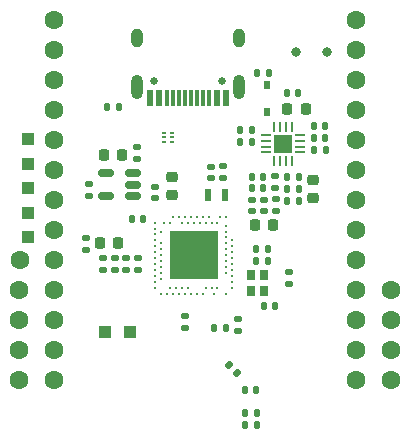
<source format=gbr>
%TF.GenerationSoftware,KiCad,Pcbnew,(6.99.0-1594-g5bf163de80)*%
%TF.CreationDate,2022-06-08T17:32:02-04:00*%
%TF.ProjectId,nrf52840,6e726635-3238-4343-902e-6b696361645f,v1.0*%
%TF.SameCoordinates,Original*%
%TF.FileFunction,Soldermask,Top*%
%TF.FilePolarity,Negative*%
%FSLAX46Y46*%
G04 Gerber Fmt 4.6, Leading zero omitted, Abs format (unit mm)*
G04 Created by KiCad (PCBNEW (6.99.0-1594-g5bf163de80)) date 2022-06-08 17:32:02*
%MOMM*%
%LPD*%
G01*
G04 APERTURE LIST*
G04 Aperture macros list*
%AMRoundRect*
0 Rectangle with rounded corners*
0 $1 Rounding radius*
0 $2 $3 $4 $5 $6 $7 $8 $9 X,Y pos of 4 corners*
0 Add a 4 corners polygon primitive as box body*
4,1,4,$2,$3,$4,$5,$6,$7,$8,$9,$2,$3,0*
0 Add four circle primitives for the rounded corners*
1,1,$1+$1,$2,$3*
1,1,$1+$1,$4,$5*
1,1,$1+$1,$6,$7*
1,1,$1+$1,$8,$9*
0 Add four rect primitives between the rounded corners*
20,1,$1+$1,$2,$3,$4,$5,0*
20,1,$1+$1,$4,$5,$6,$7,0*
20,1,$1+$1,$6,$7,$8,$9,0*
20,1,$1+$1,$8,$9,$2,$3,0*%
G04 Aperture macros list end*
%ADD10RoundRect,0.218750X0.218750X0.256250X-0.218750X0.256250X-0.218750X-0.256250X0.218750X-0.256250X0*%
%ADD11RoundRect,0.140000X-0.170000X0.140000X-0.170000X-0.140000X0.170000X-0.140000X0.170000X0.140000X0*%
%ADD12RoundRect,0.135000X0.135000X0.185000X-0.135000X0.185000X-0.135000X-0.185000X0.135000X-0.185000X0*%
%ADD13R,0.800000X0.900000*%
%ADD14RoundRect,0.140000X0.170000X-0.140000X0.170000X0.140000X-0.170000X0.140000X-0.170000X-0.140000X0*%
%ADD15RoundRect,0.140000X-0.140000X-0.170000X0.140000X-0.170000X0.140000X0.170000X-0.140000X0.170000X0*%
%ADD16RoundRect,0.218750X0.256250X-0.218750X0.256250X0.218750X-0.256250X0.218750X-0.256250X-0.218750X0*%
%ADD17RoundRect,0.140000X0.140000X0.170000X-0.140000X0.170000X-0.140000X-0.170000X0.140000X-0.170000X0*%
%ADD18RoundRect,0.135000X-0.135000X-0.185000X0.135000X-0.185000X0.135000X0.185000X-0.135000X0.185000X0*%
%ADD19R,0.600000X0.700000*%
%ADD20C,1.600000*%
%ADD21R,1.000000X1.000000*%
%ADD22RoundRect,0.150000X0.512500X0.150000X-0.512500X0.150000X-0.512500X-0.150000X0.512500X-0.150000X0*%
%ADD23RoundRect,0.218750X-0.256250X0.218750X-0.256250X-0.218750X0.256250X-0.218750X0.256250X0.218750X0*%
%ADD24RoundRect,0.135000X-0.185000X0.135000X-0.185000X-0.135000X0.185000X-0.135000X0.185000X0.135000X0*%
%ADD25RoundRect,0.135000X0.185000X-0.135000X0.185000X0.135000X-0.185000X0.135000X-0.185000X-0.135000X0*%
%ADD26R,0.419999X0.220000*%
%ADD27RoundRect,0.147500X0.226274X0.017678X0.017678X0.226274X-0.226274X-0.017678X-0.017678X-0.226274X0*%
%ADD28RoundRect,0.218750X-0.218750X-0.256250X0.218750X-0.256250X0.218750X0.256250X-0.218750X0.256250X0*%
%ADD29RoundRect,0.062500X-0.375000X-0.062500X0.375000X-0.062500X0.375000X0.062500X-0.375000X0.062500X0*%
%ADD30RoundRect,0.062500X-0.062500X-0.375000X0.062500X-0.375000X0.062500X0.375000X-0.062500X0.375000X0*%
%ADD31R,1.600000X1.600000*%
%ADD32C,0.290000*%
%ADD33RoundRect,0.020000X2.000000X-2.000000X2.000000X2.000000X-2.000000X2.000000X-2.000000X-2.000000X0*%
%ADD34C,0.650000*%
%ADD35R,0.600000X1.450000*%
%ADD36R,0.300000X1.450000*%
%ADD37O,1.000000X2.100000*%
%ADD38O,1.000000X1.600000*%
%ADD39RoundRect,0.225000X0.225000X0.250000X-0.225000X0.250000X-0.225000X-0.250000X0.225000X-0.250000X0*%
%ADD40C,0.800000*%
%ADD41R,0.600000X1.100000*%
%ADD42RoundRect,0.147500X0.172500X-0.147500X0.172500X0.147500X-0.172500X0.147500X-0.172500X-0.147500X0*%
G04 APERTURE END LIST*
D10*
%TO.C,F1*%
X171450000Y-90300000D03*
X169875000Y-90300000D03*
%TD*%
D11*
%TO.C,C13*%
X164440000Y-95160000D03*
X164440000Y-96120000D03*
%TD*%
D12*
%TO.C,R4*%
X170910000Y-98050000D03*
X169890000Y-98050000D03*
%TD*%
D13*
%TO.C,Y1*%
X167935999Y-105739999D03*
X167935999Y-104339999D03*
X166835999Y-104339999D03*
X166835999Y-105739999D03*
%TD*%
D14*
%TO.C,C9*%
X158700000Y-97820000D03*
X158700000Y-96860000D03*
%TD*%
D15*
%TO.C,C6*%
X166905000Y-96050000D03*
X167865000Y-96050000D03*
%TD*%
%TO.C,C1*%
X166360000Y-117040000D03*
X167320000Y-117040000D03*
%TD*%
D16*
%TO.C,L4*%
X160150000Y-97597500D03*
X160150000Y-96022500D03*
%TD*%
D17*
%TO.C,C2*%
X167270000Y-114080000D03*
X166310000Y-114080000D03*
%TD*%
D18*
%TO.C,R9*%
X172165000Y-93725000D03*
X173185000Y-93725000D03*
%TD*%
D19*
%TO.C,D2*%
X168159999Y-90574999D03*
X168159999Y-88274999D03*
%TD*%
D20*
%TO.C,U4*%
X150190000Y-82760000D03*
X150190000Y-85300000D03*
X150190000Y-87840000D03*
X150190000Y-90380000D03*
X150190000Y-92920000D03*
X150190000Y-95460000D03*
X150190000Y-98000000D03*
X150190000Y-100540000D03*
X150190000Y-103080000D03*
X150190000Y-105620000D03*
X150190000Y-108160000D03*
X150190000Y-110700000D03*
X150190000Y-113240000D03*
X147210000Y-113240000D03*
X147210000Y-110700000D03*
X147210000Y-108160000D03*
X147210000Y-105620000D03*
X178710000Y-113240000D03*
X178710000Y-110700000D03*
X178710000Y-108160000D03*
X178710000Y-105620000D03*
X175760000Y-113240000D03*
X175760000Y-110700000D03*
X175760000Y-108160000D03*
X175760000Y-105620000D03*
X175760000Y-103080000D03*
X175760000Y-100540000D03*
X175760000Y-98000000D03*
X175760000Y-95460000D03*
X175760000Y-92920000D03*
X175760000Y-90380000D03*
X175760000Y-87840000D03*
X175760000Y-85300000D03*
X175760000Y-82760000D03*
X147235000Y-103095000D03*
%TD*%
D21*
%TO.C,TP7*%
X147959999Y-101129999D03*
%TD*%
D11*
%TO.C,C11*%
X166935000Y-97970000D03*
X166935000Y-98930000D03*
%TD*%
D22*
%TO.C,U3*%
X156837500Y-97650000D03*
X156837500Y-96700000D03*
X156837500Y-95750000D03*
X154562500Y-95750000D03*
X154562500Y-97650000D03*
%TD*%
D15*
%TO.C,C4*%
X167295000Y-103125000D03*
X168255000Y-103125000D03*
%TD*%
%TO.C,C16*%
X169895000Y-97050000D03*
X170855000Y-97050000D03*
%TD*%
D23*
%TO.C,D3*%
X172100000Y-96287500D03*
X172100000Y-97862500D03*
%TD*%
D11*
%TO.C,C14*%
X163450000Y-95170000D03*
X163450000Y-96130000D03*
%TD*%
D12*
%TO.C,R12*%
X155685000Y-90125000D03*
X154665000Y-90125000D03*
%TD*%
%TO.C,R10*%
X166950000Y-92110000D03*
X165930000Y-92110000D03*
%TD*%
D11*
%TO.C,C24*%
X153125000Y-96670000D03*
X153125000Y-97630000D03*
%TD*%
D18*
%TO.C,R1*%
X166290000Y-116010000D03*
X167310000Y-116010000D03*
%TD*%
D24*
%TO.C,R6*%
X170010000Y-104090000D03*
X170010000Y-105110000D03*
%TD*%
D21*
%TO.C,TP3*%
X147959999Y-99069999D03*
%TD*%
D25*
%TO.C,R5*%
X152825000Y-102210000D03*
X152825000Y-101190000D03*
%TD*%
D15*
%TO.C,C10*%
X156720000Y-99650000D03*
X157680000Y-99650000D03*
%TD*%
D26*
%TO.C,U5*%
X159474998Y-92300001D03*
X159474998Y-92699999D03*
X159474998Y-93100001D03*
X160125000Y-93100001D03*
X160125000Y-92699999D03*
X160125000Y-92300001D03*
%TD*%
D17*
%TO.C,C5*%
X164680000Y-108800000D03*
X163720000Y-108800000D03*
%TD*%
D15*
%TO.C,C3*%
X167920000Y-106975000D03*
X168880000Y-106975000D03*
%TD*%
%TO.C,C20*%
X166905000Y-97025000D03*
X167865000Y-97025000D03*
%TD*%
D27*
%TO.C,L1*%
X165632947Y-112682947D03*
X164947053Y-111997053D03*
%TD*%
D21*
%TO.C,TP6*%
X154479999Y-109169999D03*
%TD*%
D14*
%TO.C,C19*%
X157250000Y-103905000D03*
X157250000Y-102945000D03*
%TD*%
D11*
%TO.C,C12*%
X167925000Y-97970000D03*
X167925000Y-98930000D03*
%TD*%
D17*
%TO.C,C23*%
X170800000Y-88950000D03*
X169840000Y-88950000D03*
%TD*%
D14*
%TO.C,C15*%
X154325000Y-103905000D03*
X154325000Y-102945000D03*
%TD*%
D28*
%TO.C,D1*%
X154037500Y-101675000D03*
X155612500Y-101675000D03*
%TD*%
D12*
%TO.C,R7*%
X168285000Y-102125000D03*
X167265000Y-102125000D03*
%TD*%
D25*
%TO.C,R8*%
X157175000Y-94510000D03*
X157175000Y-93490000D03*
%TD*%
D11*
%TO.C,C7*%
X165700000Y-108095000D03*
X165700000Y-109055000D03*
%TD*%
D29*
%TO.C,U2*%
X168112500Y-92475000D03*
X168112500Y-92975000D03*
X168112500Y-93475000D03*
X168112500Y-93975000D03*
D30*
X168800000Y-94662500D03*
X169300000Y-94662500D03*
X169800000Y-94662500D03*
X170300000Y-94662500D03*
D29*
X170987500Y-93975000D03*
X170987500Y-93475000D03*
X170987500Y-92975000D03*
X170987500Y-92475000D03*
D30*
X170300000Y-91787500D03*
X169800000Y-91787500D03*
X169300000Y-91787500D03*
X168800000Y-91787500D03*
D31*
X169549999Y-93224999D03*
%TD*%
D15*
%TO.C,C26*%
X165930000Y-93110000D03*
X166890000Y-93110000D03*
%TD*%
D11*
%TO.C,C18*%
X156275000Y-102945000D03*
X156275000Y-103905000D03*
%TD*%
D17*
%TO.C,C17*%
X173130000Y-91725000D03*
X172170000Y-91725000D03*
%TD*%
D21*
%TO.C,TP4*%
X147959999Y-96989999D03*
%TD*%
D32*
%TO.C,U1*%
X165240000Y-101420000D03*
X165240000Y-101920000D03*
X165240000Y-102420000D03*
X165240000Y-102920000D03*
X165240000Y-103420000D03*
X165240000Y-103920000D03*
X165240000Y-104420000D03*
X165240000Y-104920000D03*
X165240000Y-105420000D03*
X159740000Y-105920000D03*
X159490000Y-99920000D03*
X159240000Y-100670000D03*
X159240000Y-101670000D03*
X159240000Y-102170000D03*
X159240000Y-102670000D03*
X159240000Y-103170000D03*
X159240000Y-103670000D03*
X159240000Y-104170000D03*
X159240000Y-104670000D03*
X159240000Y-105920000D03*
X158740000Y-99920000D03*
X158740000Y-100420000D03*
X158740000Y-100920000D03*
X158740000Y-101420000D03*
X158740000Y-101920000D03*
X158740000Y-102420000D03*
X158740000Y-102920000D03*
X158740000Y-103420000D03*
X158740000Y-103920000D03*
X158740000Y-104420000D03*
X158740000Y-104920000D03*
X158740000Y-105420000D03*
X164740000Y-99420000D03*
X164740000Y-100170000D03*
X164740000Y-100670000D03*
X164740000Y-101170000D03*
X164740000Y-101670000D03*
X164740000Y-102170000D03*
X164740000Y-102670000D03*
X164740000Y-103170000D03*
X164740000Y-103670000D03*
X164740000Y-104170000D03*
X164740000Y-105920000D03*
X164240000Y-99420000D03*
X163990000Y-99920000D03*
X163990000Y-105420000D03*
X163740000Y-105920000D03*
D33*
X161990000Y-102670000D03*
D32*
X163490000Y-99920000D03*
X163490000Y-105420000D03*
X163240000Y-99420000D03*
X162990000Y-99920000D03*
X162990000Y-105420000D03*
X162740000Y-99420000D03*
X162740000Y-105920000D03*
X162490000Y-99920000D03*
X162240000Y-99420000D03*
X162240000Y-105920000D03*
X161990000Y-99920000D03*
X161740000Y-99420000D03*
X161740000Y-105920000D03*
X161490000Y-99920000D03*
X161490000Y-105420000D03*
X161240000Y-99420000D03*
X161240000Y-105920000D03*
X160990000Y-99920000D03*
X160990000Y-105420000D03*
X160740000Y-99420000D03*
X160740000Y-105920000D03*
X160490000Y-105420000D03*
X160240000Y-99420000D03*
X160240000Y-105920000D03*
X159990000Y-99920000D03*
X159990000Y-105420000D03*
%TD*%
D11*
%TO.C,C8*%
X161280000Y-107860000D03*
X161280000Y-108820000D03*
%TD*%
D18*
%TO.C,R3*%
X169840000Y-96050000D03*
X170860000Y-96050000D03*
%TD*%
D24*
%TO.C,R2*%
X168825000Y-95990000D03*
X168825000Y-97010000D03*
%TD*%
D21*
%TO.C,TP1*%
X147949999Y-94929999D03*
%TD*%
D34*
%TO.C,J1*%
X164380000Y-87920000D03*
X158600000Y-87920000D03*
D35*
X164739999Y-89364999D03*
X158239999Y-89364999D03*
X163939999Y-89364999D03*
X159039999Y-89364999D03*
D36*
X162739999Y-89364999D03*
X161739999Y-89364999D03*
X161239999Y-89364999D03*
X160239999Y-89364999D03*
X159739999Y-89364999D03*
X160739999Y-89364999D03*
X162239999Y-89364999D03*
X163239999Y-89364999D03*
D37*
X157169999Y-88449999D03*
D38*
X157169999Y-84269999D03*
X165809999Y-84269999D03*
D37*
X165809999Y-88449999D03*
%TD*%
D10*
%TO.C,L3*%
X168737500Y-100150000D03*
X167162500Y-100150000D03*
%TD*%
D39*
%TO.C,C22*%
X155907500Y-94190000D03*
X154357500Y-94190000D03*
%TD*%
D40*
%TO.C,J2*%
X173275000Y-85500000D03*
%TD*%
D14*
%TO.C,C21*%
X155300000Y-103905000D03*
X155300000Y-102945000D03*
%TD*%
D21*
%TO.C,TP2*%
X147929999Y-92859999D03*
%TD*%
D40*
%TO.C,J4*%
X170650000Y-85450000D03*
%TD*%
D21*
%TO.C,TP5*%
X156589999Y-109169999D03*
%TD*%
D41*
%TO.C,Y2*%
X164591999Y-97535999D03*
X163191999Y-97535999D03*
%TD*%
D42*
%TO.C,L2*%
X168925000Y-98910000D03*
X168925000Y-97940000D03*
%TD*%
D17*
%TO.C,C25*%
X173130000Y-92725000D03*
X172170000Y-92725000D03*
%TD*%
D18*
%TO.C,R11*%
X167315000Y-87275000D03*
X168335000Y-87275000D03*
%TD*%
M02*

</source>
